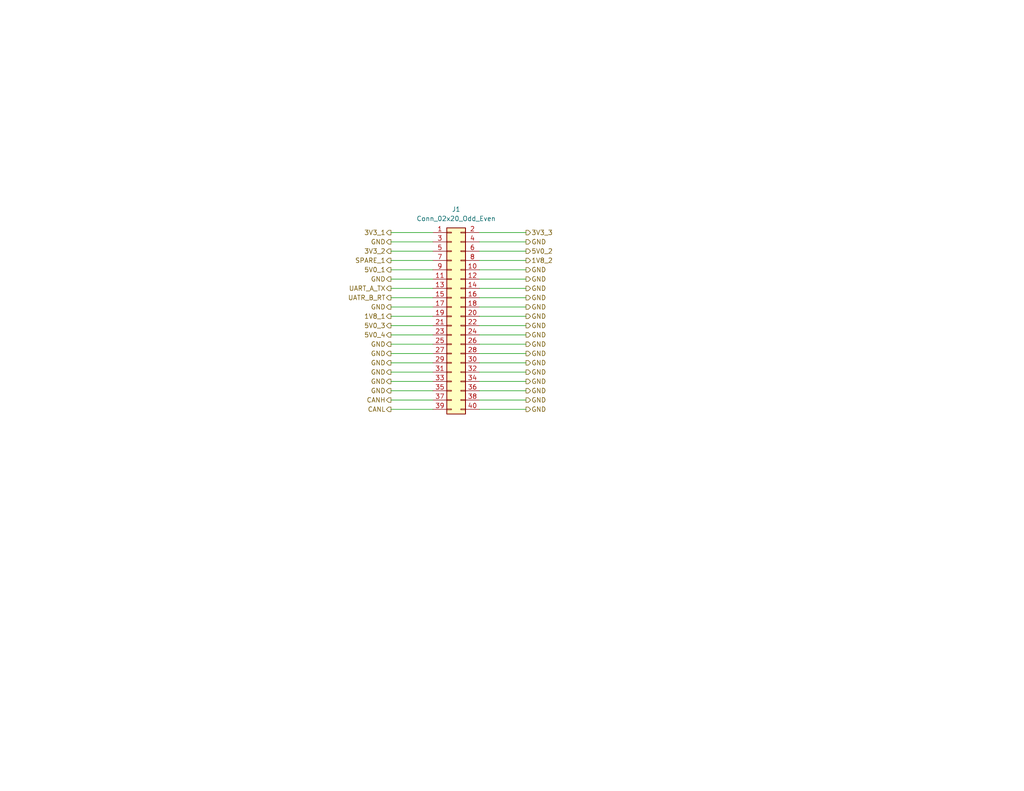
<source format=kicad_sch>
(kicad_sch (version 20211123) (generator eeschema)

  (uuid cf4d3275-d4a3-4f0b-b80f-271e7d43b491)

  (paper "A")

  (title_block
    (title "Interboard Connector")
    (date "2022-01-27")
  )

  (lib_symbols
    (symbol "Connector_Generic:Conn_02x20_Odd_Even" (pin_names (offset 1.016) hide) (in_bom yes) (on_board yes)
      (property "Reference" "J" (id 0) (at 1.27 25.4 0)
        (effects (font (size 1.27 1.27)))
      )
      (property "Value" "Conn_02x20_Odd_Even" (id 1) (at 1.27 -27.94 0)
        (effects (font (size 1.27 1.27)))
      )
      (property "Footprint" "" (id 2) (at 0 0 0)
        (effects (font (size 1.27 1.27)) hide)
      )
      (property "Datasheet" "~" (id 3) (at 0 0 0)
        (effects (font (size 1.27 1.27)) hide)
      )
      (property "ki_keywords" "connector" (id 4) (at 0 0 0)
        (effects (font (size 1.27 1.27)) hide)
      )
      (property "ki_description" "Generic connector, double row, 02x20, odd/even pin numbering scheme (row 1 odd numbers, row 2 even numbers), script generated (kicad-library-utils/schlib/autogen/connector/)" (id 5) (at 0 0 0)
        (effects (font (size 1.27 1.27)) hide)
      )
      (property "ki_fp_filters" "Connector*:*_2x??_*" (id 6) (at 0 0 0)
        (effects (font (size 1.27 1.27)) hide)
      )
      (symbol "Conn_02x20_Odd_Even_1_1"
        (rectangle (start -1.27 -25.273) (end 0 -25.527)
          (stroke (width 0.1524) (type default) (color 0 0 0 0))
          (fill (type none))
        )
        (rectangle (start -1.27 -22.733) (end 0 -22.987)
          (stroke (width 0.1524) (type default) (color 0 0 0 0))
          (fill (type none))
        )
        (rectangle (start -1.27 -20.193) (end 0 -20.447)
          (stroke (width 0.1524) (type default) (color 0 0 0 0))
          (fill (type none))
        )
        (rectangle (start -1.27 -17.653) (end 0 -17.907)
          (stroke (width 0.1524) (type default) (color 0 0 0 0))
          (fill (type none))
        )
        (rectangle (start -1.27 -15.113) (end 0 -15.367)
          (stroke (width 0.1524) (type default) (color 0 0 0 0))
          (fill (type none))
        )
        (rectangle (start -1.27 -12.573) (end 0 -12.827)
          (stroke (width 0.1524) (type default) (color 0 0 0 0))
          (fill (type none))
        )
        (rectangle (start -1.27 -10.033) (end 0 -10.287)
          (stroke (width 0.1524) (type default) (color 0 0 0 0))
          (fill (type none))
        )
        (rectangle (start -1.27 -7.493) (end 0 -7.747)
          (stroke (width 0.1524) (type default) (color 0 0 0 0))
          (fill (type none))
        )
        (rectangle (start -1.27 -4.953) (end 0 -5.207)
          (stroke (width 0.1524) (type default) (color 0 0 0 0))
          (fill (type none))
        )
        (rectangle (start -1.27 -2.413) (end 0 -2.667)
          (stroke (width 0.1524) (type default) (color 0 0 0 0))
          (fill (type none))
        )
        (rectangle (start -1.27 0.127) (end 0 -0.127)
          (stroke (width 0.1524) (type default) (color 0 0 0 0))
          (fill (type none))
        )
        (rectangle (start -1.27 2.667) (end 0 2.413)
          (stroke (width 0.1524) (type default) (color 0 0 0 0))
          (fill (type none))
        )
        (rectangle (start -1.27 5.207) (end 0 4.953)
          (stroke (width 0.1524) (type default) (color 0 0 0 0))
          (fill (type none))
        )
        (rectangle (start -1.27 7.747) (end 0 7.493)
          (stroke (width 0.1524) (type default) (color 0 0 0 0))
          (fill (type none))
        )
        (rectangle (start -1.27 10.287) (end 0 10.033)
          (stroke (width 0.1524) (type default) (color 0 0 0 0))
          (fill (type none))
        )
        (rectangle (start -1.27 12.827) (end 0 12.573)
          (stroke (width 0.1524) (type default) (color 0 0 0 0))
          (fill (type none))
        )
        (rectangle (start -1.27 15.367) (end 0 15.113)
          (stroke (width 0.1524) (type default) (color 0 0 0 0))
          (fill (type none))
        )
        (rectangle (start -1.27 17.907) (end 0 17.653)
          (stroke (width 0.1524) (type default) (color 0 0 0 0))
          (fill (type none))
        )
        (rectangle (start -1.27 20.447) (end 0 20.193)
          (stroke (width 0.1524) (type default) (color 0 0 0 0))
          (fill (type none))
        )
        (rectangle (start -1.27 22.987) (end 0 22.733)
          (stroke (width 0.1524) (type default) (color 0 0 0 0))
          (fill (type none))
        )
        (rectangle (start -1.27 24.13) (end 3.81 -26.67)
          (stroke (width 0.254) (type default) (color 0 0 0 0))
          (fill (type background))
        )
        (rectangle (start 3.81 -25.273) (end 2.54 -25.527)
          (stroke (width 0.1524) (type default) (color 0 0 0 0))
          (fill (type none))
        )
        (rectangle (start 3.81 -22.733) (end 2.54 -22.987)
          (stroke (width 0.1524) (type default) (color 0 0 0 0))
          (fill (type none))
        )
        (rectangle (start 3.81 -20.193) (end 2.54 -20.447)
          (stroke (width 0.1524) (type default) (color 0 0 0 0))
          (fill (type none))
        )
        (rectangle (start 3.81 -17.653) (end 2.54 -17.907)
          (stroke (width 0.1524) (type default) (color 0 0 0 0))
          (fill (type none))
        )
        (rectangle (start 3.81 -15.113) (end 2.54 -15.367)
          (stroke (width 0.1524) (type default) (color 0 0 0 0))
          (fill (type none))
        )
        (rectangle (start 3.81 -12.573) (end 2.54 -12.827)
          (stroke (width 0.1524) (type default) (color 0 0 0 0))
          (fill (type none))
        )
        (rectangle (start 3.81 -10.033) (end 2.54 -10.287)
          (stroke (width 0.1524) (type default) (color 0 0 0 0))
          (fill (type none))
        )
        (rectangle (start 3.81 -7.493) (end 2.54 -7.747)
          (stroke (width 0.1524) (type default) (color 0 0 0 0))
          (fill (type none))
        )
        (rectangle (start 3.81 -4.953) (end 2.54 -5.207)
          (stroke (width 0.1524) (type default) (color 0 0 0 0))
          (fill (type none))
        )
        (rectangle (start 3.81 -2.413) (end 2.54 -2.667)
          (stroke (width 0.1524) (type default) (color 0 0 0 0))
          (fill (type none))
        )
        (rectangle (start 3.81 0.127) (end 2.54 -0.127)
          (stroke (width 0.1524) (type default) (color 0 0 0 0))
          (fill (type none))
        )
        (rectangle (start 3.81 2.667) (end 2.54 2.413)
          (stroke (width 0.1524) (type default) (color 0 0 0 0))
          (fill (type none))
        )
        (rectangle (start 3.81 5.207) (end 2.54 4.953)
          (stroke (width 0.1524) (type default) (color 0 0 0 0))
          (fill (type none))
        )
        (rectangle (start 3.81 7.747) (end 2.54 7.493)
          (stroke (width 0.1524) (type default) (color 0 0 0 0))
          (fill (type none))
        )
        (rectangle (start 3.81 10.287) (end 2.54 10.033)
          (stroke (width 0.1524) (type default) (color 0 0 0 0))
          (fill (type none))
        )
        (rectangle (start 3.81 12.827) (end 2.54 12.573)
          (stroke (width 0.1524) (type default) (color 0 0 0 0))
          (fill (type none))
        )
        (rectangle (start 3.81 15.367) (end 2.54 15.113)
          (stroke (width 0.1524) (type default) (color 0 0 0 0))
          (fill (type none))
        )
        (rectangle (start 3.81 17.907) (end 2.54 17.653)
          (stroke (width 0.1524) (type default) (color 0 0 0 0))
          (fill (type none))
        )
        (rectangle (start 3.81 20.447) (end 2.54 20.193)
          (stroke (width 0.1524) (type default) (color 0 0 0 0))
          (fill (type none))
        )
        (rectangle (start 3.81 22.987) (end 2.54 22.733)
          (stroke (width 0.1524) (type default) (color 0 0 0 0))
          (fill (type none))
        )
        (pin passive line (at -5.08 22.86 0) (length 3.81)
          (name "Pin_1" (effects (font (size 1.27 1.27))))
          (number "1" (effects (font (size 1.27 1.27))))
        )
        (pin passive line (at 7.62 12.7 180) (length 3.81)
          (name "Pin_10" (effects (font (size 1.27 1.27))))
          (number "10" (effects (font (size 1.27 1.27))))
        )
        (pin passive line (at -5.08 10.16 0) (length 3.81)
          (name "Pin_11" (effects (font (size 1.27 1.27))))
          (number "11" (effects (font (size 1.27 1.27))))
        )
        (pin passive line (at 7.62 10.16 180) (length 3.81)
          (name "Pin_12" (effects (font (size 1.27 1.27))))
          (number "12" (effects (font (size 1.27 1.27))))
        )
        (pin passive line (at -5.08 7.62 0) (length 3.81)
          (name "Pin_13" (effects (font (size 1.27 1.27))))
          (number "13" (effects (font (size 1.27 1.27))))
        )
        (pin passive line (at 7.62 7.62 180) (length 3.81)
          (name "Pin_14" (effects (font (size 1.27 1.27))))
          (number "14" (effects (font (size 1.27 1.27))))
        )
        (pin passive line (at -5.08 5.08 0) (length 3.81)
          (name "Pin_15" (effects (font (size 1.27 1.27))))
          (number "15" (effects (font (size 1.27 1.27))))
        )
        (pin passive line (at 7.62 5.08 180) (length 3.81)
          (name "Pin_16" (effects (font (size 1.27 1.27))))
          (number "16" (effects (font (size 1.27 1.27))))
        )
        (pin passive line (at -5.08 2.54 0) (length 3.81)
          (name "Pin_17" (effects (font (size 1.27 1.27))))
          (number "17" (effects (font (size 1.27 1.27))))
        )
        (pin passive line (at 7.62 2.54 180) (length 3.81)
          (name "Pin_18" (effects (font (size 1.27 1.27))))
          (number "18" (effects (font (size 1.27 1.27))))
        )
        (pin passive line (at -5.08 0 0) (length 3.81)
          (name "Pin_19" (effects (font (size 1.27 1.27))))
          (number "19" (effects (font (size 1.27 1.27))))
        )
        (pin passive line (at 7.62 22.86 180) (length 3.81)
          (name "Pin_2" (effects (font (size 1.27 1.27))))
          (number "2" (effects (font (size 1.27 1.27))))
        )
        (pin passive line (at 7.62 0 180) (length 3.81)
          (name "Pin_20" (effects (font (size 1.27 1.27))))
          (number "20" (effects (font (size 1.27 1.27))))
        )
        (pin passive line (at -5.08 -2.54 0) (length 3.81)
          (name "Pin_21" (effects (font (size 1.27 1.27))))
          (number "21" (effects (font (size 1.27 1.27))))
        )
        (pin passive line (at 7.62 -2.54 180) (length 3.81)
          (name "Pin_22" (effects (font (size 1.27 1.27))))
          (number "22" (effects (font (size 1.27 1.27))))
        )
        (pin passive line (at -5.08 -5.08 0) (length 3.81)
          (name "Pin_23" (effects (font (size 1.27 1.27))))
          (number "23" (effects (font (size 1.27 1.27))))
        )
        (pin passive line (at 7.62 -5.08 180) (length 3.81)
          (name "Pin_24" (effects (font (size 1.27 1.27))))
          (number "24" (effects (font (size 1.27 1.27))))
        )
        (pin passive line (at -5.08 -7.62 0) (length 3.81)
          (name "Pin_25" (effects (font (size 1.27 1.27))))
          (number "25" (effects (font (size 1.27 1.27))))
        )
        (pin passive line (at 7.62 -7.62 180) (length 3.81)
          (name "Pin_26" (effects (font (size 1.27 1.27))))
          (number "26" (effects (font (size 1.27 1.27))))
        )
        (pin passive line (at -5.08 -10.16 0) (length 3.81)
          (name "Pin_27" (effects (font (size 1.27 1.27))))
          (number "27" (effects (font (size 1.27 1.27))))
        )
        (pin passive line (at 7.62 -10.16 180) (length 3.81)
          (name "Pin_28" (effects (font (size 1.27 1.27))))
          (number "28" (effects (font (size 1.27 1.27))))
        )
        (pin passive line (at -5.08 -12.7 0) (length 3.81)
          (name "Pin_29" (effects (font (size 1.27 1.27))))
          (number "29" (effects (font (size 1.27 1.27))))
        )
        (pin passive line (at -5.08 20.32 0) (length 3.81)
          (name "Pin_3" (effects (font (size 1.27 1.27))))
          (number "3" (effects (font (size 1.27 1.27))))
        )
        (pin passive line (at 7.62 -12.7 180) (length 3.81)
          (name "Pin_30" (effects (font (size 1.27 1.27))))
          (number "30" (effects (font (size 1.27 1.27))))
        )
        (pin passive line (at -5.08 -15.24 0) (length 3.81)
          (name "Pin_31" (effects (font (size 1.27 1.27))))
          (number "31" (effects (font (size 1.27 1.27))))
        )
        (pin passive line (at 7.62 -15.24 180) (length 3.81)
          (name "Pin_32" (effects (font (size 1.27 1.27))))
          (number "32" (effects (font (size 1.27 1.27))))
        )
        (pin passive line (at -5.08 -17.78 0) (length 3.81)
          (name "Pin_33" (effects (font (size 1.27 1.27))))
          (number "33" (effects (font (size 1.27 1.27))))
        )
        (pin passive line (at 7.62 -17.78 180) (length 3.81)
          (name "Pin_34" (effects (font (size 1.27 1.27))))
          (number "34" (effects (font (size 1.27 1.27))))
        )
        (pin passive line (at -5.08 -20.32 0) (length 3.81)
          (name "Pin_35" (effects (font (size 1.27 1.27))))
          (number "35" (effects (font (size 1.27 1.27))))
        )
        (pin passive line (at 7.62 -20.32 180) (length 3.81)
          (name "Pin_36" (effects (font (size 1.27 1.27))))
          (number "36" (effects (font (size 1.27 1.27))))
        )
        (pin passive line (at -5.08 -22.86 0) (length 3.81)
          (name "Pin_37" (effects (font (size 1.27 1.27))))
          (number "37" (effects (font (size 1.27 1.27))))
        )
        (pin passive line (at 7.62 -22.86 180) (length 3.81)
          (name "Pin_38" (effects (font (size 1.27 1.27))))
          (number "38" (effects (font (size 1.27 1.27))))
        )
        (pin passive line (at -5.08 -25.4 0) (length 3.81)
          (name "Pin_39" (effects (font (size 1.27 1.27))))
          (number "39" (effects (font (size 1.27 1.27))))
        )
        (pin passive line (at 7.62 20.32 180) (length 3.81)
          (name "Pin_4" (effects (font (size 1.27 1.27))))
          (number "4" (effects (font (size 1.27 1.27))))
        )
        (pin passive line (at 7.62 -25.4 180) (length 3.81)
          (name "Pin_40" (effects (font (size 1.27 1.27))))
          (number "40" (effects (font (size 1.27 1.27))))
        )
        (pin passive line (at -5.08 17.78 0) (length 3.81)
          (name "Pin_5" (effects (font (size 1.27 1.27))))
          (number "5" (effects (font (size 1.27 1.27))))
        )
        (pin passive line (at 7.62 17.78 180) (length 3.81)
          (name "Pin_6" (effects (font (size 1.27 1.27))))
          (number "6" (effects (font (size 1.27 1.27))))
        )
        (pin passive line (at -5.08 15.24 0) (length 3.81)
          (name "Pin_7" (effects (font (size 1.27 1.27))))
          (number "7" (effects (font (size 1.27 1.27))))
        )
        (pin passive line (at 7.62 15.24 180) (length 3.81)
          (name "Pin_8" (effects (font (size 1.27 1.27))))
          (number "8" (effects (font (size 1.27 1.27))))
        )
        (pin passive line (at -5.08 12.7 0) (length 3.81)
          (name "Pin_9" (effects (font (size 1.27 1.27))))
          (number "9" (effects (font (size 1.27 1.27))))
        )
      )
    )
  )


  (wire (pts (xy 130.81 93.98) (xy 143.51 93.98))
    (stroke (width 0) (type default) (color 0 0 0 0))
    (uuid 03e187d2-6c4a-4ece-841b-834d761b85d6)
  )
  (wire (pts (xy 130.81 68.58) (xy 143.51 68.58))
    (stroke (width 0) (type default) (color 0 0 0 0))
    (uuid 04a690e9-0849-4578-b28b-6dc12781734f)
  )
  (wire (pts (xy 130.81 63.5) (xy 143.51 63.5))
    (stroke (width 0) (type default) (color 0 0 0 0))
    (uuid 09d16d40-6922-410f-a05f-404d306aebd9)
  )
  (wire (pts (xy 130.81 111.76) (xy 143.51 111.76))
    (stroke (width 0) (type default) (color 0 0 0 0))
    (uuid 0cb97ebf-9b13-488c-95a4-2095e4bac56e)
  )
  (wire (pts (xy 106.68 93.98) (xy 118.11 93.98))
    (stroke (width 0) (type default) (color 0 0 0 0))
    (uuid 130a3f83-ad0d-46dd-8dd0-e96f0742bdd3)
  )
  (wire (pts (xy 106.68 104.14) (xy 118.11 104.14))
    (stroke (width 0) (type default) (color 0 0 0 0))
    (uuid 27a2e118-e759-4fab-964d-896d29cf8156)
  )
  (wire (pts (xy 106.68 68.58) (xy 118.11 68.58))
    (stroke (width 0) (type default) (color 0 0 0 0))
    (uuid 2f58fb13-0fd6-41c8-b9d6-ac7c982df2c7)
  )
  (wire (pts (xy 106.68 106.68) (xy 118.11 106.68))
    (stroke (width 0) (type default) (color 0 0 0 0))
    (uuid 341315da-6e5f-4150-8d69-aa98ada8d15d)
  )
  (wire (pts (xy 106.68 71.12) (xy 118.11 71.12))
    (stroke (width 0) (type default) (color 0 0 0 0))
    (uuid 4185c091-095f-4e12-bd4d-b5cdf7a29e5a)
  )
  (wire (pts (xy 130.81 91.44) (xy 143.51 91.44))
    (stroke (width 0) (type default) (color 0 0 0 0))
    (uuid 44591e65-79b1-417a-b896-9ea635f33afb)
  )
  (wire (pts (xy 130.81 99.06) (xy 143.51 99.06))
    (stroke (width 0) (type default) (color 0 0 0 0))
    (uuid 46f9bc0a-ab12-4df4-bfac-e2e7f259c3f7)
  )
  (wire (pts (xy 106.68 66.04) (xy 118.11 66.04))
    (stroke (width 0) (type default) (color 0 0 0 0))
    (uuid 4a845ede-4258-46b7-b03d-a737b3f81034)
  )
  (wire (pts (xy 130.81 81.28) (xy 143.51 81.28))
    (stroke (width 0) (type default) (color 0 0 0 0))
    (uuid 591e33e4-96e0-40c2-bca2-3c0c17d3c50d)
  )
  (wire (pts (xy 130.81 106.68) (xy 143.51 106.68))
    (stroke (width 0) (type default) (color 0 0 0 0))
    (uuid 5b808d3c-49b1-448f-91a1-b4bb5d885d59)
  )
  (wire (pts (xy 106.68 111.76) (xy 118.11 111.76))
    (stroke (width 0) (type default) (color 0 0 0 0))
    (uuid 613f034e-b0e5-4af0-8912-8de28aaff340)
  )
  (wire (pts (xy 106.68 101.6) (xy 118.11 101.6))
    (stroke (width 0) (type default) (color 0 0 0 0))
    (uuid 6263fe16-d954-458a-b41c-3ec97dc2cd20)
  )
  (wire (pts (xy 130.81 66.04) (xy 143.51 66.04))
    (stroke (width 0) (type default) (color 0 0 0 0))
    (uuid 7111bcd0-2d6d-4624-8371-41e191dbed6d)
  )
  (wire (pts (xy 106.68 86.36) (xy 118.11 86.36))
    (stroke (width 0) (type default) (color 0 0 0 0))
    (uuid 716dad19-3c9d-4c36-8959-b15c5449c6e8)
  )
  (wire (pts (xy 130.81 76.2) (xy 143.51 76.2))
    (stroke (width 0) (type default) (color 0 0 0 0))
    (uuid 742f5f6f-46eb-47fd-b1a2-abe54dbb41ff)
  )
  (wire (pts (xy 130.81 101.6) (xy 143.51 101.6))
    (stroke (width 0) (type default) (color 0 0 0 0))
    (uuid 76e48296-ced0-4a92-b314-8760d26ef2a9)
  )
  (wire (pts (xy 106.68 78.74) (xy 118.11 78.74))
    (stroke (width 0) (type default) (color 0 0 0 0))
    (uuid 771eb181-d30d-4d17-a5e3-a528596db5fb)
  )
  (wire (pts (xy 130.81 73.66) (xy 143.51 73.66))
    (stroke (width 0) (type default) (color 0 0 0 0))
    (uuid 7c0550c5-1bee-4f51-b6b8-a791544686c8)
  )
  (wire (pts (xy 130.81 88.9) (xy 143.51 88.9))
    (stroke (width 0) (type default) (color 0 0 0 0))
    (uuid 82820ceb-aa9a-48df-ba50-13a5e410c155)
  )
  (wire (pts (xy 130.81 83.82) (xy 143.51 83.82))
    (stroke (width 0) (type default) (color 0 0 0 0))
    (uuid 87c37f63-9d2f-495a-97f3-6fa24d5ebe6a)
  )
  (wire (pts (xy 130.81 104.14) (xy 143.51 104.14))
    (stroke (width 0) (type default) (color 0 0 0 0))
    (uuid 9b3ecb1b-8155-4a89-9d54-9f27f2514c86)
  )
  (wire (pts (xy 106.68 76.2) (xy 118.11 76.2))
    (stroke (width 0) (type default) (color 0 0 0 0))
    (uuid a3572912-ea02-49f5-9e59-c738672315d5)
  )
  (wire (pts (xy 106.68 96.52) (xy 118.11 96.52))
    (stroke (width 0) (type default) (color 0 0 0 0))
    (uuid a64455e6-d627-495b-9f65-8514d3bb72dd)
  )
  (wire (pts (xy 106.68 109.22) (xy 118.11 109.22))
    (stroke (width 0) (type default) (color 0 0 0 0))
    (uuid a8388897-7737-4925-b3c2-1c16ad936691)
  )
  (wire (pts (xy 106.68 63.5) (xy 118.11 63.5))
    (stroke (width 0) (type default) (color 0 0 0 0))
    (uuid ad32a7c2-3177-4254-8c58-ae3f4bc5acc8)
  )
  (wire (pts (xy 106.68 88.9) (xy 118.11 88.9))
    (stroke (width 0) (type default) (color 0 0 0 0))
    (uuid b28d6ace-0284-435d-bae3-5fdb7c12c8ef)
  )
  (wire (pts (xy 106.68 83.82) (xy 118.11 83.82))
    (stroke (width 0) (type default) (color 0 0 0 0))
    (uuid b3b4174d-d355-4cd2-9427-ca5148809da9)
  )
  (wire (pts (xy 130.81 71.12) (xy 143.51 71.12))
    (stroke (width 0) (type default) (color 0 0 0 0))
    (uuid baec2900-3642-405a-a739-ec62e5182052)
  )
  (wire (pts (xy 130.81 86.36) (xy 143.51 86.36))
    (stroke (width 0) (type default) (color 0 0 0 0))
    (uuid bd6fd6dc-c664-4e6a-86d5-3b31eccd2cbc)
  )
  (wire (pts (xy 106.68 91.44) (xy 118.11 91.44))
    (stroke (width 0) (type default) (color 0 0 0 0))
    (uuid ce6a96b7-415b-48a2-8436-5e2fa710a642)
  )
  (wire (pts (xy 106.68 81.28) (xy 118.11 81.28))
    (stroke (width 0) (type default) (color 0 0 0 0))
    (uuid dd35f33e-c4d6-49ad-98bd-54d576474aca)
  )
  (wire (pts (xy 130.81 109.22) (xy 143.51 109.22))
    (stroke (width 0) (type default) (color 0 0 0 0))
    (uuid df5b27e7-d0ac-4ca5-a6cb-fefd59851561)
  )
  (wire (pts (xy 106.68 99.06) (xy 118.11 99.06))
    (stroke (width 0) (type default) (color 0 0 0 0))
    (uuid ea5f6131-cb7d-4565-b2fb-3b607f4c793a)
  )
  (wire (pts (xy 130.81 78.74) (xy 143.51 78.74))
    (stroke (width 0) (type default) (color 0 0 0 0))
    (uuid eae5fd45-fb41-4a98-8509-a8d81f0c6bb9)
  )
  (wire (pts (xy 130.81 96.52) (xy 143.51 96.52))
    (stroke (width 0) (type default) (color 0 0 0 0))
    (uuid f6261936-8a5b-4419-a880-83b012a8fbb4)
  )
  (wire (pts (xy 106.68 73.66) (xy 118.11 73.66))
    (stroke (width 0) (type default) (color 0 0 0 0))
    (uuid f812bf02-bb27-4792-a9e8-bff50261d428)
  )

  (hierarchical_label "UART_A_TX" (shape output) (at 106.68 78.74 180)
    (effects (font (size 1.27 1.27)) (justify right))
    (uuid 0ce5799e-a9bb-4d19-b70e-a6086082541a)
  )
  (hierarchical_label "GND" (shape output) (at 143.51 73.66 0)
    (effects (font (size 1.27 1.27)) (justify left))
    (uuid 105cfdae-5609-474d-8161-66e392c1c025)
  )
  (hierarchical_label "GND" (shape output) (at 106.68 104.14 180)
    (effects (font (size 1.27 1.27)) (justify right))
    (uuid 1456471b-3ea0-4164-a4d1-29063a592859)
  )
  (hierarchical_label "GND" (shape output) (at 143.51 101.6 0)
    (effects (font (size 1.27 1.27)) (justify left))
    (uuid 1cefc75a-9772-4226-a760-aaf74009ccb0)
  )
  (hierarchical_label "5V0_1" (shape output) (at 106.68 73.66 180)
    (effects (font (size 1.27 1.27)) (justify right))
    (uuid 20525ee8-7421-494b-be0e-4ac35c20f7c4)
  )
  (hierarchical_label "GND" (shape output) (at 143.51 86.36 0)
    (effects (font (size 1.27 1.27)) (justify left))
    (uuid 25a9b494-095b-4fbe-9268-80b4bd1444c6)
  )
  (hierarchical_label "GND" (shape output) (at 143.51 106.68 0)
    (effects (font (size 1.27 1.27)) (justify left))
    (uuid 2ad9da6e-cbfc-4418-a6f1-be5815584b2b)
  )
  (hierarchical_label "SPARE_1" (shape output) (at 106.68 71.12 180)
    (effects (font (size 1.27 1.27)) (justify right))
    (uuid 385b4e1c-6faa-4661-81f6-ee8c29591e09)
  )
  (hierarchical_label "GND" (shape output) (at 106.68 83.82 180)
    (effects (font (size 1.27 1.27)) (justify right))
    (uuid 395faacf-616f-42a0-9b62-8bc4f4fb27e9)
  )
  (hierarchical_label "CANL" (shape output) (at 106.68 111.76 180)
    (effects (font (size 1.27 1.27)) (justify right))
    (uuid 3e5253a6-5c20-4fc6-ac9a-de2378e79443)
  )
  (hierarchical_label "GND" (shape output) (at 143.51 111.76 0)
    (effects (font (size 1.27 1.27)) (justify left))
    (uuid 3e5fc274-f6f3-4811-a291-f3961837d032)
  )
  (hierarchical_label "GND" (shape output) (at 143.51 76.2 0)
    (effects (font (size 1.27 1.27)) (justify left))
    (uuid 4668aa28-21c0-4cfc-81ec-8cde36ecb910)
  )
  (hierarchical_label "5V0_2" (shape output) (at 143.51 68.58 0)
    (effects (font (size 1.27 1.27)) (justify left))
    (uuid 4a9b80e8-b314-444b-8214-e2133bc36ee5)
  )
  (hierarchical_label "UATR_B_RT" (shape output) (at 106.68 81.28 180)
    (effects (font (size 1.27 1.27)) (justify right))
    (uuid 4bcfffbd-a1eb-45a3-897e-186698e02ebb)
  )
  (hierarchical_label "GND" (shape output) (at 143.51 91.44 0)
    (effects (font (size 1.27 1.27)) (justify left))
    (uuid 4f10d8f9-00f4-4559-b053-519c362e9ac8)
  )
  (hierarchical_label "5V0_4" (shape output) (at 106.68 91.44 180)
    (effects (font (size 1.27 1.27)) (justify right))
    (uuid 4f8c7b65-38f8-4829-a7d3-9f6cf94d1abc)
  )
  (hierarchical_label "GND" (shape output) (at 143.51 88.9 0)
    (effects (font (size 1.27 1.27)) (justify left))
    (uuid 63712c6f-14cd-4722-b5a4-8c5cb0cffa8f)
  )
  (hierarchical_label "3V3_3" (shape output) (at 143.51 63.5 0)
    (effects (font (size 1.27 1.27)) (justify left))
    (uuid 7cdcba18-124f-4031-82c5-bb963480da62)
  )
  (hierarchical_label "GND" (shape output) (at 106.68 99.06 180)
    (effects (font (size 1.27 1.27)) (justify right))
    (uuid 887d0669-7224-46c3-b959-0cacd5c8d6af)
  )
  (hierarchical_label "GND" (shape output) (at 143.51 109.22 0)
    (effects (font (size 1.27 1.27)) (justify left))
    (uuid 8893b8ce-3a02-4163-91f7-7eac8d70fe69)
  )
  (hierarchical_label "GND" (shape output) (at 143.51 78.74 0)
    (effects (font (size 1.27 1.27)) (justify left))
    (uuid 88ba604c-503f-4971-a06a-628978302eaf)
  )
  (hierarchical_label "1V8_1" (shape output) (at 106.68 86.36 180)
    (effects (font (size 1.27 1.27)) (justify right))
    (uuid 8ce7b73f-c166-4ecb-a037-89482d32a08f)
  )
  (hierarchical_label "GND" (shape output) (at 143.51 66.04 0)
    (effects (font (size 1.27 1.27)) (justify left))
    (uuid 978bd827-7958-470b-89b9-fa5ae3e313e7)
  )
  (hierarchical_label "GND" (shape output) (at 106.68 106.68 180)
    (effects (font (size 1.27 1.27)) (justify right))
    (uuid a8eb92a0-9390-4e2d-8f79-5f2136ab80e6)
  )
  (hierarchical_label "GND" (shape output) (at 143.51 104.14 0)
    (effects (font (size 1.27 1.27)) (justify left))
    (uuid af6c303f-e40b-4491-8ded-a81ae9985e64)
  )
  (hierarchical_label "3V3_1" (shape output) (at 106.68 63.5 180)
    (effects (font (size 1.27 1.27)) (justify right))
    (uuid b47620ec-0532-491b-885a-8a0f1e58f68f)
  )
  (hierarchical_label "CANH" (shape output) (at 106.68 109.22 180)
    (effects (font (size 1.27 1.27)) (justify right))
    (uuid ba3ec17b-dfcf-4aa6-bd3d-c17293e5083c)
  )
  (hierarchical_label "5V0_3" (shape output) (at 106.68 88.9 180)
    (effects (font (size 1.27 1.27)) (justify right))
    (uuid bc48406b-3faa-4215-ade3-509721cfec64)
  )
  (hierarchical_label "GND" (shape output) (at 143.51 83.82 0)
    (effects (font (size 1.27 1.27)) (justify left))
    (uuid bcb61453-6038-46d1-be2a-2653f1118c03)
  )
  (hierarchical_label "GND" (shape output) (at 106.68 101.6 180)
    (effects (font (size 1.27 1.27)) (justify right))
    (uuid c4bf5a4e-a206-417d-a7bb-6d07ca6d5da4)
  )
  (hierarchical_label "GND" (shape output) (at 143.51 81.28 0)
    (effects (font (size 1.27 1.27)) (justify left))
    (uuid d3770e8d-2746-4319-a069-aa0755212b75)
  )
  (hierarchical_label "GND" (shape output) (at 106.68 93.98 180)
    (effects (font (size 1.27 1.27)) (justify right))
    (uuid d54cc6dc-2a44-434f-99e5-8da603432524)
  )
  (hierarchical_label "GND" (shape output) (at 143.51 93.98 0)
    (effects (font (size 1.27 1.27)) (justify left))
    (uuid d693525f-82c2-4566-9df0-af15ed2b47a3)
  )
  (hierarchical_label "GND" (shape output) (at 106.68 76.2 180)
    (effects (font (size 1.27 1.27)) (justify right))
    (uuid d996f8b3-e1d3-4317-9d27-ef8f563aaeff)
  )
  (hierarchical_label "GND" (shape output) (at 143.51 96.52 0)
    (effects (font (size 1.27 1.27)) (justify left))
    (uuid e98566cf-06f4-436f-a624-b19226c3a483)
  )
  (hierarchical_label "GND" (shape output) (at 106.68 66.04 180)
    (effects (font (size 1.27 1.27)) (justify right))
    (uuid eb283e91-1245-4315-994a-1998b11ced3d)
  )
  (hierarchical_label "GND" (shape output) (at 143.51 99.06 0)
    (effects (font (size 1.27 1.27)) (justify left))
    (uuid f8e8f1cf-949a-46dc-aabf-b59e6eaba1aa)
  )
  (hierarchical_label "3V3_2" (shape output) (at 106.68 68.58 180)
    (effects (font (size 1.27 1.27)) (justify right))
    (uuid f97f7b97-ecbd-4452-85b6-3bd5be159f85)
  )
  (hierarchical_label "GND" (shape output) (at 106.68 96.52 180)
    (effects (font (size 1.27 1.27)) (justify right))
    (uuid fe44d0ca-0ea8-4ce5-b68b-560a6e3c91be)
  )
  (hierarchical_label "1V8_2" (shape output) (at 143.51 71.12 0)
    (effects (font (size 1.27 1.27)) (justify left))
    (uuid ffdb0bce-965d-4db6-91fb-39c1f1632a02)
  )

  (symbol (lib_id "Connector_Generic:Conn_02x20_Odd_Even") (at 123.19 86.36 0) (unit 1)
    (in_bom yes) (on_board yes) (fields_autoplaced)
    (uuid ba9a4ebf-5eec-4d42-b8b4-9df72964a241)
    (property "Reference" "J1" (id 0) (at 124.46 57.15 0))
    (property "Value" "Conn_02x20_Odd_Even" (id 1) (at 124.46 59.69 0))
    (property "Footprint" "Connector_PinHeader_2.54mm:PinHeader_2x20_P2.54mm_Vertical" (id 2) (at 123.19 86.36 0)
      (effects (font (size 1.27 1.27)) hide)
    )
    (property "Datasheet" "~" (id 3) (at 123.19 86.36 0)
      (effects (font (size 1.27 1.27)) hide)
    )
    (pin "1" (uuid 74d7ca58-8f38-4632-89ed-80e6f85c4e78))
    (pin "10" (uuid 7d1de05a-79ca-4f40-9474-283bdfd52166))
    (pin "11" (uuid 96547af7-71cc-46a1-a7ab-f630b8e3e742))
    (pin "12" (uuid 1835afdd-f457-4502-8847-69b67ad4a9a3))
    (pin "13" (uuid 28fe8305-5727-42d1-bff6-f42f3a30eae8))
    (pin "14" (uuid 6bde0840-e503-4c9f-a8c0-10fd7be12888))
    (pin "15" (uuid 8c2c1114-6de1-4a2a-94da-c1d2ac31f5d3))
    (pin "16" (uuid d771b86c-fc2e-4ca0-a6ca-f47bd8580903))
    (pin "17" (uuid 3b645611-f889-4992-bfb1-2abcf39bf008))
    (pin "18" (uuid 7ab51597-6263-4a82-ac10-15133a1b6336))
    (pin "19" (uuid f64b870e-338d-40ac-9a72-18d4ead0cd54))
    (pin "2" (uuid 952ea748-30a3-4907-a6d0-882e9dd1d635))
    (pin "20" (uuid edaed929-97a5-442a-a706-a02430ef32d9))
    (pin "21" (uuid d6743ecc-c14d-4c0e-89c6-5f9096d1941b))
    (pin "22" (uuid c943b015-1bb6-47df-89ab-fa3a82ff77e9))
    (pin "23" (uuid 6d163341-16ca-40be-aea6-08374d7549d5))
    (pin "24" (uuid 15e483ca-7d4f-4d41-821e-abae45d03ee5))
    (pin "25" (uuid 4db9ece0-e4db-4e6b-b8ad-7e41a1453f74))
    (pin "26" (uuid 09381f26-cb4f-4b8c-80c5-d067e9a87956))
    (pin "27" (uuid a6389265-0c4b-4af3-8e92-4f4153ca31e5))
    (pin "28" (uuid 5c119080-cde1-4fa3-a051-9b31f2ca86df))
    (pin "29" (uuid 177b84e6-b56b-4d4e-9cda-b18f671bd16d))
    (pin "3" (uuid d9b0dab6-f559-400e-89f1-4640d6ce5b1c))
    (pin "30" (uuid 1dab6b04-d1ca-4fa8-8dd2-bc0bb30f4d4c))
    (pin "31" (uuid 6603b179-9d33-48b3-aff6-ffb34d5e0124))
    (pin "32" (uuid 6ead72ba-7214-460f-bb56-42fe08b0171d))
    (pin "33" (uuid 721bfb9e-a645-4a40-84eb-e8eb0fc83079))
    (pin "34" (uuid f7c723f9-66dc-4ec5-b77c-3f2556f7adf5))
    (pin "35" (uuid 4862d843-e409-41a1-84b2-b43d6410e8b8))
    (pin "36" (uuid a08daf27-4e36-4541-baff-50ec8dc5e20e))
    (pin "37" (uuid 6b9706c3-fe9c-498b-a217-4c181f0f6866))
    (pin "38" (uuid c9b81c2b-8766-402a-89ec-959b632ce473))
    (pin "39" (uuid 74e6db69-798d-468f-80af-963391df72a4))
    (pin "4" (uuid 1bd90feb-e411-4974-af68-4b29929c1577))
    (pin "40" (uuid 02a48c80-ed54-448d-a1b6-00ec0e1d749a))
    (pin "5" (uuid d61282e6-c113-4a85-a796-c1ad71157f3b))
    (pin "6" (uuid 86bbde24-f58f-4ab3-88c7-8ae2a67c8091))
    (pin "7" (uuid a97c7985-e287-4344-8aa3-ac1c6e4c8a92))
    (pin "8" (uuid 6b8e0585-1d28-4e23-8544-d4405b1d8ddc))
    (pin "9" (uuid 5d567b9a-eda0-40ae-9b4b-e9e584217662))
  )
)

</source>
